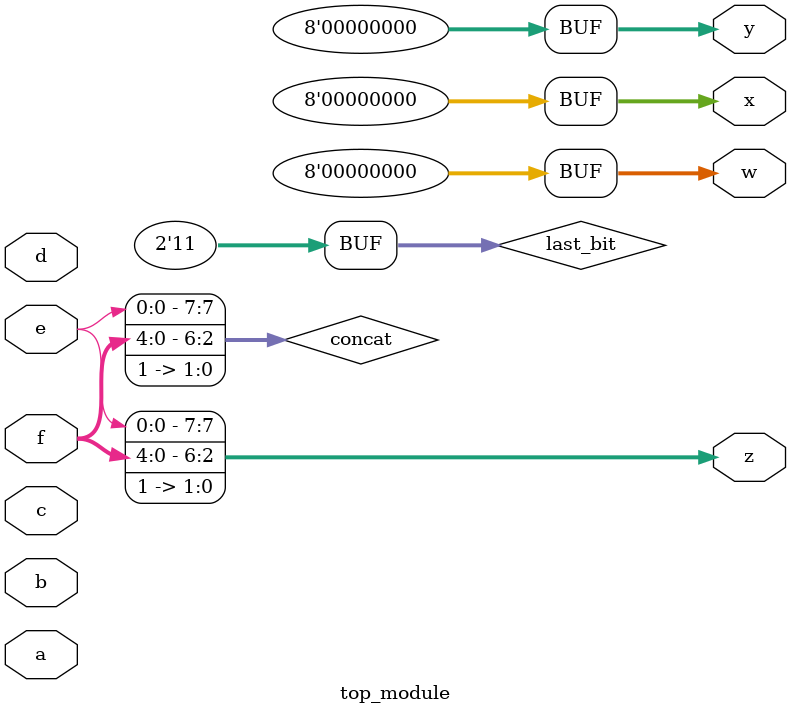
<source format=sv>
module top_module (
    input [4:0] a,
    input [4:0] b,
    input [4:0] c,
    input [4:0] d,
    input [4:0] e,
    input [4:0] f,
    output [7:0] w,
    output [7:0] x,
    output [7:0] y,
    output [7:0] z
);
	
    wire [7:0] concat;
    wire [1:0] last_bit = 2'b11;
	
    assign concat = {a, b, c, d, e, f, last_bit};
	
    assign {w, x, y, z} = concat;

endmodule

</source>
